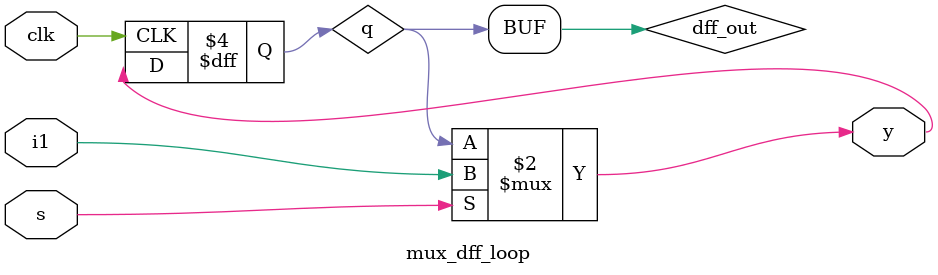
<source format=v>
`timescale 1ns / 1ps


module mux_dff_loop (
    input wire clk,
    input wire i1,
    input wire s,
    output wire y
);
    wire dff_out;
    
    // MUX
    assign y = (s == 1'b0) ? dff_out : i1;

    // D Flip-Flop
    reg q;
    always @(posedge clk) begin
        q <= y;  // y is the mux output
    end

    assign dff_out = q;

endmodule

</source>
